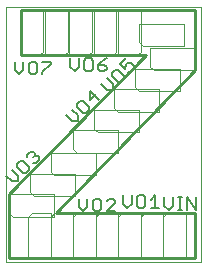
<source format=gto>
G75*
%MOIN*%
%OFA0B0*%
%FSLAX24Y24*%
%IPPOS*%
%LPD*%
%AMOC8*
5,1,8,0,0,1.08239X$1,22.5*
%
%ADD10C,0.0000*%
%ADD11C,0.0100*%
%ADD12C,0.0040*%
%ADD13C,0.0080*%
D10*
X002392Y002517D02*
X002392Y011017D01*
X008892Y011017D01*
X008892Y002517D01*
X002392Y002517D01*
D11*
X002517Y002642D02*
X002517Y004767D01*
X007079Y009392D01*
X002892Y009392D01*
X002892Y010892D01*
X008704Y010892D01*
X008704Y008892D01*
X004079Y004142D01*
X008704Y004142D01*
X008704Y002642D01*
X002517Y002642D01*
D12*
X003142Y002642D02*
X003142Y004017D01*
X003267Y004142D01*
X003892Y004142D01*
X003892Y002642D01*
X003142Y002642D01*
X003892Y002642D02*
X003892Y004017D01*
X004017Y004142D01*
X004642Y004142D01*
X004642Y002642D01*
X004642Y004017D01*
X004767Y004142D01*
X005392Y004142D01*
X005392Y002642D01*
X005392Y004017D01*
X005517Y004142D01*
X006142Y004142D01*
X006142Y002642D01*
X005392Y002642D01*
X004642Y002642D01*
X003892Y002642D01*
X004017Y004017D02*
X002642Y004017D01*
X002517Y004142D01*
X002517Y004767D01*
X004017Y004767D01*
X004017Y004017D01*
X004704Y004704D02*
X003329Y004704D01*
X003204Y004829D01*
X003204Y005454D01*
X004704Y005454D01*
X004704Y004704D01*
X004017Y005392D02*
X003892Y005517D01*
X003892Y006142D01*
X005392Y006142D01*
X005392Y005392D01*
X004017Y005392D01*
X004767Y006142D02*
X004642Y006267D01*
X004642Y006892D01*
X006142Y006892D01*
X006142Y006142D01*
X004767Y006142D01*
X005454Y006829D02*
X005329Y006954D01*
X005329Y007579D01*
X006829Y007579D01*
X006829Y006829D01*
X005454Y006829D01*
X006142Y007517D02*
X006017Y007642D01*
X006017Y008267D01*
X007517Y008267D01*
X007517Y007517D01*
X006142Y007517D01*
X006829Y008204D02*
X006704Y008329D01*
X006704Y008954D01*
X008204Y008954D01*
X008204Y008204D01*
X006829Y008204D01*
X007329Y008892D02*
X007204Y009017D01*
X007204Y009642D01*
X008704Y009642D01*
X008704Y008892D01*
X007329Y008892D01*
X006767Y009392D02*
X006892Y009517D01*
X006892Y010892D01*
X006142Y010892D01*
X006142Y009392D01*
X006767Y009392D01*
X006954Y009704D02*
X006829Y009829D01*
X006829Y010454D01*
X008329Y010454D01*
X008329Y009704D01*
X006954Y009704D01*
X006079Y009517D02*
X005954Y009392D01*
X005329Y009392D01*
X005329Y010892D01*
X006079Y010892D01*
X006079Y009517D01*
X005267Y009517D02*
X005142Y009392D01*
X004517Y009392D01*
X004517Y010892D01*
X005267Y010892D01*
X005267Y009517D01*
X004454Y009517D02*
X004329Y009392D01*
X003704Y009392D01*
X003704Y010892D01*
X004454Y010892D01*
X004454Y009517D01*
X003642Y009517D02*
X003517Y009392D01*
X002892Y009392D01*
X002892Y010892D01*
X003642Y010892D01*
X003642Y009517D01*
X006267Y004142D02*
X006142Y004017D01*
X006142Y002642D01*
X006892Y002642D01*
X006892Y004017D01*
X007017Y004142D01*
X007642Y004142D01*
X007642Y002642D01*
X007642Y004017D01*
X007767Y004142D01*
X008392Y004142D01*
X008392Y002642D01*
X007642Y002642D01*
X006892Y002642D01*
X006892Y004142D01*
X006267Y004142D01*
D13*
X006447Y004307D02*
X006587Y004447D01*
X006587Y004727D01*
X006767Y004657D02*
X006767Y004377D01*
X006837Y004307D01*
X006977Y004307D01*
X007047Y004377D01*
X007047Y004657D01*
X006977Y004727D01*
X006837Y004727D01*
X006767Y004657D01*
X006447Y004307D02*
X006307Y004447D01*
X006307Y004727D01*
X006033Y004544D02*
X005963Y004615D01*
X005823Y004615D01*
X005752Y004544D01*
X005572Y004544D02*
X005502Y004615D01*
X005362Y004615D01*
X005292Y004544D01*
X005292Y004264D01*
X005362Y004194D01*
X005502Y004194D01*
X005572Y004264D01*
X005572Y004544D01*
X005752Y004194D02*
X006033Y004474D01*
X006033Y004544D01*
X006033Y004194D02*
X005752Y004194D01*
X005112Y004334D02*
X005112Y004615D01*
X004832Y004615D02*
X004832Y004334D01*
X004972Y004194D01*
X005112Y004334D01*
X003502Y005889D02*
X003502Y005988D01*
X003452Y006038D01*
X003353Y006038D01*
X003304Y005988D01*
X003353Y006038D02*
X003353Y006137D01*
X003304Y006186D01*
X003205Y006186D01*
X003105Y006087D01*
X003105Y005988D01*
X002978Y005861D02*
X002879Y005861D01*
X002780Y005762D01*
X002780Y005663D01*
X002978Y005464D01*
X003077Y005464D01*
X003176Y005564D01*
X003176Y005663D01*
X002978Y005861D01*
X003304Y005790D02*
X003403Y005790D01*
X003502Y005889D01*
X002801Y005387D02*
X002801Y005188D01*
X002603Y005188D01*
X002405Y005387D01*
X002603Y005585D02*
X002801Y005387D01*
X004598Y007191D02*
X004796Y007191D01*
X004796Y007389D01*
X004598Y007587D01*
X004774Y007665D02*
X004973Y007467D01*
X005072Y007467D01*
X005171Y007566D01*
X005171Y007665D01*
X004973Y007863D01*
X004874Y007863D01*
X004774Y007764D01*
X004774Y007665D01*
X004399Y007389D02*
X004598Y007191D01*
X005199Y007891D02*
X005397Y008089D01*
X005496Y007891D02*
X005199Y008188D01*
X005199Y007891D01*
X005559Y008441D02*
X005757Y008243D01*
X005955Y008243D01*
X005955Y008441D01*
X005757Y008639D01*
X005934Y008717D02*
X005934Y008816D01*
X006033Y008915D01*
X006132Y008915D01*
X006330Y008717D01*
X006330Y008618D01*
X006231Y008519D01*
X006132Y008519D01*
X005934Y008717D01*
X005752Y008939D02*
X005752Y009009D01*
X005681Y009079D01*
X005471Y009079D01*
X005471Y008939D01*
X005541Y008869D01*
X005681Y008869D01*
X005752Y008939D01*
X005611Y009219D02*
X005471Y009079D01*
X005611Y009219D02*
X005752Y009290D01*
X005291Y009219D02*
X005291Y008939D01*
X005221Y008869D01*
X005081Y008869D01*
X005011Y008939D01*
X005011Y009219D01*
X005081Y009290D01*
X005221Y009290D01*
X005291Y009219D01*
X004831Y009290D02*
X004831Y009009D01*
X004691Y008869D01*
X004550Y009009D01*
X004550Y009290D01*
X003896Y009181D02*
X003896Y009111D01*
X003615Y008831D01*
X003615Y008761D01*
X003435Y008831D02*
X003365Y008761D01*
X003225Y008761D01*
X003155Y008831D01*
X003155Y009111D01*
X003225Y009181D01*
X003365Y009181D01*
X003435Y009111D01*
X003435Y008831D01*
X003615Y009181D02*
X003896Y009181D01*
X002975Y009181D02*
X002975Y008901D01*
X002835Y008761D01*
X002695Y008901D01*
X002695Y009181D01*
X006210Y009092D02*
X006359Y008944D01*
X006408Y009092D01*
X006458Y009142D01*
X006557Y009142D01*
X006656Y009043D01*
X006656Y008944D01*
X006557Y008845D01*
X006458Y008845D01*
X006210Y009092D02*
X006408Y009290D01*
X007368Y004727D02*
X007368Y004307D01*
X007508Y004307D02*
X007227Y004307D01*
X007227Y004587D02*
X007368Y004727D01*
X007682Y004665D02*
X007682Y004384D01*
X007822Y004244D01*
X007962Y004384D01*
X007962Y004665D01*
X008142Y004665D02*
X008282Y004665D01*
X008212Y004665D02*
X008212Y004244D01*
X008142Y004244D02*
X008282Y004244D01*
X008449Y004244D02*
X008449Y004665D01*
X008729Y004244D01*
X008729Y004665D01*
M02*

</source>
